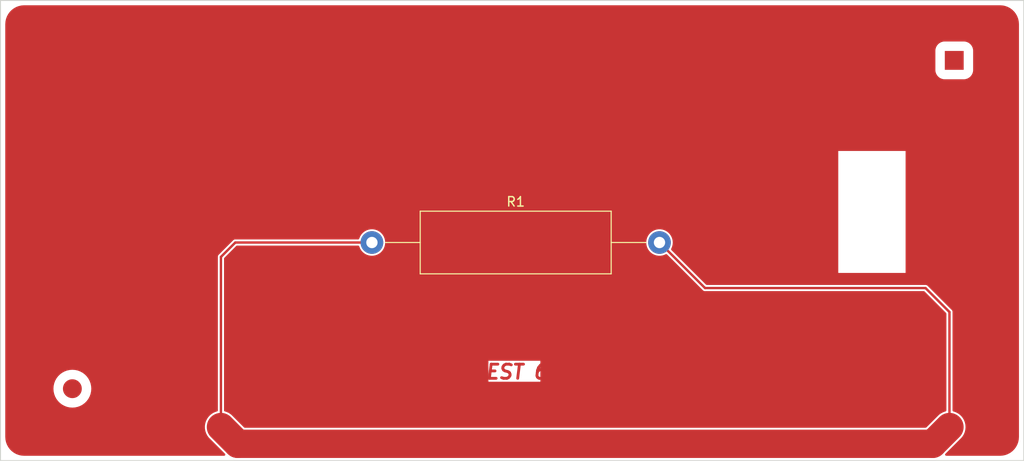
<source format=kicad_pcb>
(kicad_pcb (version 20230620) (generator pcbnew)
  (layers (0 "F.Cu" signal) (31 "B.Cu" signal) (34 "B.Paste" user) (35 "F.Paste" user) (36 "B.SilkS" user "B.Silkscreen") (37 "F.SilkS" user "F.Silkscreen") (38 "B.Mask" user) (39 "F.Mask" user) (44 "Edge.Cuts" user))
  (property "REVISION" "69")
  (net 0 "")
  (net 1 "Net-(R1-Pad1)")
  (footprint "Generic:Fiducial_rotondo" (layer "F.Cu") (at 99.822 118.364)
    (property "Reference" "REF**" hide)
    (property "Value" "Fiducial_Modern_CopperTop" hide)
    (pad "~" smd circle locked (at 0 0) (size 2 2) (layers "F.Cu" "F.Mask") (clearance 1))
  )
  (footprint "Resistor_THT:R_Axial_Power_L20.0mm_W6.4mm_P30.48mm" (layer "F.Cu") (at 131.572 102.87)
    (property "Reference" "R1" (at 15.24 -4.32 0) (layer "F.SilkS"))
    (property "Value" "R")
    (fp_line (start 1.44 0) (end 5.12 0) (stroke (width 0.12)) (layer "F.SilkS"))
    (fp_line (start 5.12 -3.32) (end 5.12 3.32) (stroke (width 0.12)) (layer "F.SilkS"))
    (fp_line (start 5.12 3.32) (end 25.36 3.32) (stroke (width 0.12)) (layer "F.SilkS"))
    (fp_line (start 25.36 -3.32) (end 5.12 -3.32) (stroke (width 0.12)) (layer "F.SilkS"))
    (fp_line (start 25.36 3.32) (end 25.36 -3.32) (stroke (width 0.12)) (layer "F.SilkS"))
    (fp_line (start 29.04 0) (end 25.36 0) (stroke (width 0.12)) (layer "F.SilkS"))
    (pad "1" thru_hole circle (at 0 0) (size 2.4 2.4) (drill 1.2) (layers "*.Cu" "*.Mask") (net 1 "Net-(R1-Pad1)"))
    (pad "2" thru_hole oval (at 30.48 0) (size 2.4 2.4) (drill 1.2) (layers "*.Cu" "*.Mask") (net 1 "Net-(R1-Pad1)"))
  )
  (footprint "Generic:Fiducial_quadro" (layer "F.Cu") (at 193.294 83.566)
    (property "Reference" "REF**" hide)
    (property "Value" "Fiducial_Modern_CopperTop" hide)
    (pad "~" smd rect locked (at 0 0) (size 2 2) (layers "F.Cu" "F.Mask") (clearance 1))
  )
  (gr_rect (start 92.202 77.216) (end 200.66 125.984) (stroke (width 0.1)) (fill none) (layer "Edge.Cuts"))
  (gr_text "TEST ${REVISION}" (at 147.066 116.586 0) (layer "F.Cu") (effects (font (size 1.5 1.5) (thickness 0.3) italic)))
  (segment (start 192.786 122.428) (end 192.786 110.236) (width 0.25) (layer "F.Cu") (net 1))
  (segment (start 190.246 107.696) (end 166.878 107.696) (width 0.25) (layer "F.Cu") (net 1))
  (segment (start 115.57 104.394) (end 117.094 102.87) (width 0.25) (layer "F.Cu") (net 1))
  (segment (start 115.57 122.428) (end 115.57 104.394) (width 0.25) (layer "F.Cu") (net 1))
  (segment (start 192.786 110.236) (end 190.246 107.696) (width 0.25) (layer "F.Cu") (net 1))
  (segment (start 115.57 122.428) (end 117.348 124.206) (width 3) (layer "F.Cu") (net 1))
  (segment (start 166.878 107.696) (end 162.052 102.87) (width 0.25) (layer "F.Cu") (net 1))
  (segment (start 117.348 124.206) (end 191.008 124.206) (width 3) (layer "F.Cu") (net 1))
  (segment (start 117.094 102.87) (end 131.572 102.87) (width 0.25) (layer "F.Cu") (net 1))
  (segment (start 191.008 124.206) (end 192.786 122.428) (width 3) (layer "F.Cu") (net 1))
  (zone (net 0) (net_name "") (layer "F.Cu") (connect_pads (clearance 0)) (min_thickness 0.254)
    (keepout (tracks not_allowed) (vias not_allowed) (pads not_allowed) (copperpour not_allowed) (footprints allowed))
    (fill (thermal_gap 0.508) (thermal_bridge_width 0.508))
    (polygon (pts (xy 188.1378 106.0958) (xy 181.0004 106.0958) (xy 181.0004 93.1672) (xy 188.1378 93.1672)))
  )
  (zone (net 0) (net_name "") (layer "F.Cu") (connect_pads (clearance 0.2)) (min_thickness 0.254) (fill yes (thermal_gap 0.508) (thermal_bridge_width 0.508) (smoothing fillet) (radius 2))
    (polygon (pts (xy 200.152 125.476) (xy 92.71 125.476) (xy 92.71 77.724) (xy 200.152 77.724)))
  )
)
</source>
